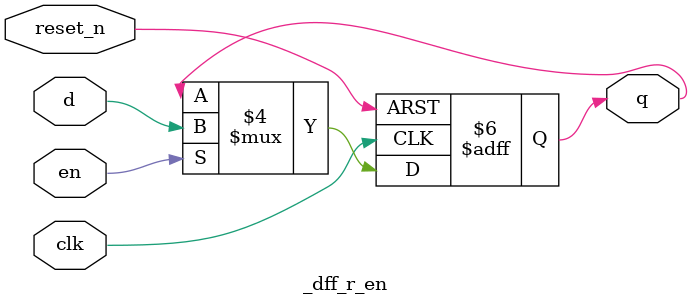
<source format=v>
module _dff_r_en(clk, reset_n, en, d, q);
	input clk, reset_n, en, d;
	output reg q;
	
	always@(posedge clk or negedge reset_n)
	begin
		if(reset_n == 0) q <= 1'b0;
		else if(en) q <= d;
		else q <= q;
	end
endmodule

</source>
